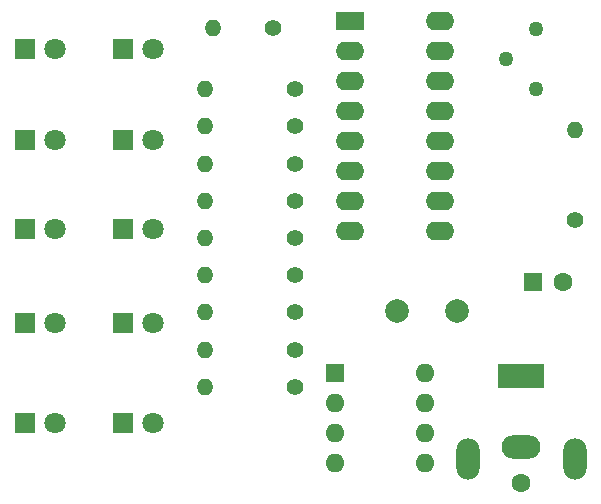
<source format=gbr>
%TF.GenerationSoftware,KiCad,Pcbnew,8.0.4*%
%TF.CreationDate,2025-07-19T03:21:48+10:00*%
%TF.ProjectId,new ki cad,6e657720-6b69-4206-9361-642e6b696361,rev?*%
%TF.SameCoordinates,Original*%
%TF.FileFunction,Soldermask,Bot*%
%TF.FilePolarity,Negative*%
%FSLAX46Y46*%
G04 Gerber Fmt 4.6, Leading zero omitted, Abs format (unit mm)*
G04 Created by KiCad (PCBNEW 8.0.4) date 2025-07-19 03:21:48*
%MOMM*%
%LPD*%
G01*
G04 APERTURE LIST*
%ADD10C,1.600000*%
%ADD11R,4.000000X2.000000*%
%ADD12O,3.300000X2.000000*%
%ADD13O,2.000000X3.500000*%
%ADD14C,1.400000*%
%ADD15O,1.400000X1.400000*%
%ADD16R,1.600000X1.600000*%
%ADD17R,1.800000X1.800000*%
%ADD18C,1.800000*%
%ADD19C,2.000000*%
%ADD20C,1.260000*%
%ADD21O,1.600000X1.600000*%
%ADD22R,2.400000X1.600000*%
%ADD23O,2.400000X1.600000*%
G04 APERTURE END LIST*
D10*
%TO.C,BT1*%
X141000000Y-97500000D03*
D11*
X141000000Y-88500000D03*
D12*
X141000000Y-94500000D03*
D13*
X136500000Y-95500000D03*
X145500000Y-95500000D03*
%TD*%
D14*
%TO.C,R6*%
X121810000Y-76800000D03*
D15*
X114190000Y-76800000D03*
%TD*%
D14*
%TO.C,R8*%
X121810000Y-70500000D03*
D15*
X114190000Y-70500000D03*
%TD*%
D14*
%TO.C,R5*%
X121810000Y-79950000D03*
D15*
X114190000Y-79950000D03*
%TD*%
D14*
%TO.C,R10*%
X121810000Y-64200000D03*
D15*
X114190000Y-64200000D03*
%TD*%
D16*
%TO.C,C1*%
X142000000Y-80500000D03*
D10*
X144500000Y-80500000D03*
%TD*%
D14*
%TO.C,R3*%
X121810000Y-86250000D03*
D15*
X114190000Y-86250000D03*
%TD*%
D17*
%TO.C,D7*%
X107225000Y-68500000D03*
D18*
X109765000Y-68500000D03*
%TD*%
D19*
%TO.C,C2*%
X130500000Y-83000000D03*
X135500000Y-83000000D03*
%TD*%
D20*
%TO.C,R11*%
X142200000Y-64200000D03*
X139660000Y-61660000D03*
X142200000Y-59120000D03*
%TD*%
D14*
%TO.C,R1*%
X121810000Y-89400000D03*
D15*
X114190000Y-89400000D03*
%TD*%
D17*
%TO.C,D9*%
X107225000Y-84000000D03*
D18*
X109765000Y-84000000D03*
%TD*%
D17*
%TO.C,D4*%
X98960000Y-84000000D03*
D18*
X101500000Y-84000000D03*
%TD*%
D17*
%TO.C,D1*%
X98960000Y-60800000D03*
D18*
X101500000Y-60800000D03*
%TD*%
D14*
%TO.C,R4*%
X121810000Y-83100000D03*
D15*
X114190000Y-83100000D03*
%TD*%
D17*
%TO.C,D2*%
X98960000Y-68500000D03*
D18*
X101500000Y-68500000D03*
%TD*%
D17*
%TO.C,D3*%
X98960000Y-76000000D03*
D18*
X101500000Y-76000000D03*
%TD*%
D16*
%TO.C,U2*%
X125200000Y-88200000D03*
D21*
X125200000Y-90740000D03*
X125200000Y-93280000D03*
X125200000Y-95820000D03*
X132820000Y-95820000D03*
X132820000Y-93280000D03*
X132820000Y-90740000D03*
X132820000Y-88200000D03*
%TD*%
D17*
%TO.C,D6*%
X107225000Y-60800000D03*
D18*
X109765000Y-60800000D03*
%TD*%
D17*
%TO.C,D5*%
X98960000Y-92500000D03*
D18*
X101500000Y-92500000D03*
%TD*%
D14*
%TO.C,RV1*%
X145500000Y-75310000D03*
D15*
X145500000Y-67690000D03*
%TD*%
D22*
%TO.C,U3*%
X126500000Y-58460000D03*
D23*
X126500000Y-61000000D03*
X126500000Y-63540000D03*
X126500000Y-66080000D03*
X126500000Y-68620000D03*
X126500000Y-71160000D03*
X126500000Y-73700000D03*
X126500000Y-76240000D03*
X134120000Y-76240000D03*
X134120000Y-73700000D03*
X134120000Y-71160000D03*
X134120000Y-68620000D03*
X134120000Y-66080000D03*
X134120000Y-63540000D03*
X134120000Y-61000000D03*
X134120000Y-58460000D03*
%TD*%
D15*
%TO.C,R2*%
X114910000Y-59000000D03*
D14*
X119990000Y-59000000D03*
%TD*%
D17*
%TO.C,D8*%
X107225000Y-76000000D03*
D18*
X109765000Y-76000000D03*
%TD*%
D14*
%TO.C,R7*%
X121810000Y-73650000D03*
D15*
X114190000Y-73650000D03*
%TD*%
D14*
%TO.C,R9*%
X121810000Y-67350000D03*
D15*
X114190000Y-67350000D03*
%TD*%
D17*
%TO.C,D10*%
X107225000Y-92500000D03*
D18*
X109765000Y-92500000D03*
%TD*%
M02*

</source>
